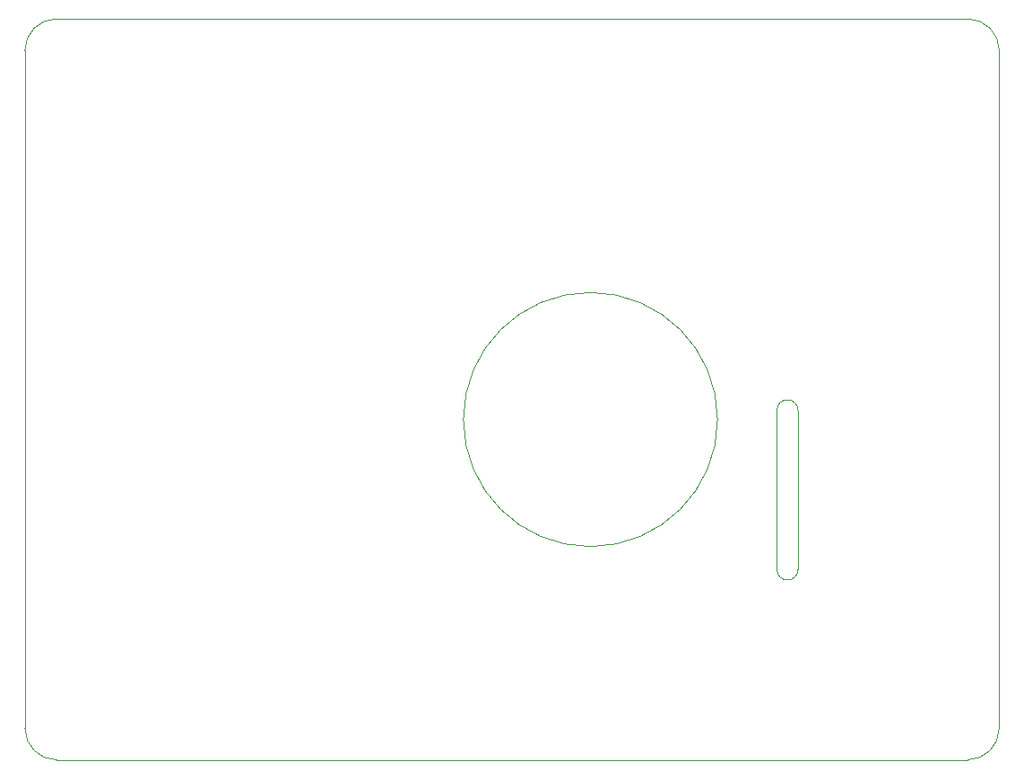
<source format=gbr>
%TF.GenerationSoftware,KiCad,Pcbnew,9.0.3*%
%TF.CreationDate,2025-07-12T01:01:34+02:00*%
%TF.ProjectId,FactoryInABoxHat,46616374-6f72-4794-996e-41426f784861,rev?*%
%TF.SameCoordinates,Original*%
%TF.FileFunction,Profile,NP*%
%FSLAX46Y46*%
G04 Gerber Fmt 4.6, Leading zero omitted, Abs format (unit mm)*
G04 Created by KiCad (PCBNEW 9.0.3) date 2025-07-12 01:01:34*
%MOMM*%
%LPD*%
G01*
G04 APERTURE LIST*
%TA.AperFunction,Profile*%
%ADD10C,0.100000*%
%TD*%
%TA.AperFunction,Profile*%
%ADD11C,0.050000*%
%TD*%
G04 APERTURE END LIST*
D10*
X62000000Y56000000D02*
G75*
G02*
X65000000Y53000000I0J-3000000D01*
G01*
X65000000Y-11000000D02*
X65000000Y53000000D01*
X-27000000Y53000000D02*
X-27000000Y-11000000D01*
X46000000Y19000000D02*
X46000000Y4000000D01*
X44000000Y4000000D02*
X44000000Y19000000D01*
X-24000000Y-14000000D02*
G75*
G02*
X-27000000Y-11000000I0J3000000D01*
G01*
X-27000000Y53000000D02*
G75*
G02*
X-24000000Y56000000I3000000J0D01*
G01*
X44000000Y19000000D02*
G75*
G02*
X46000000Y19000000I1000000J0D01*
G01*
X62000000Y-14000000D02*
X-24000000Y-14000000D01*
X65000000Y-11000000D02*
G75*
G02*
X62000000Y-14000000I-3000000J0D01*
G01*
X46000000Y4000000D02*
G75*
G02*
X44000000Y4000000I-1000000J0D01*
G01*
X62000000Y56000000D02*
X-24000000Y56000000D01*
D11*
%TO.C,M1*%
X38400000Y18150000D02*
G75*
G02*
X14400000Y18150000I-12000000J0D01*
G01*
X14400000Y18150000D02*
G75*
G02*
X38400000Y18150000I12000000J0D01*
G01*
%TD*%
M02*

</source>
